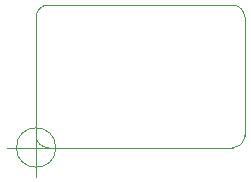
<source format=gm1>
G04 #@! TF.FileFunction,Profile,NP*
%FSLAX46Y46*%
G04 Gerber Fmt 4.6, Leading zero omitted, Abs format (unit mm)*
G04 Created by KiCad (PCBNEW 4.0.0-rc2-stable) date 12/26/2015 3:45:16 PM*
%MOMM*%
G01*
G04 APERTURE LIST*
%ADD10C,0.100000*%
G04 APERTURE END LIST*
D10*
X105044666Y-128651000D02*
G75*
G03X105044666Y-128651000I-1666666J0D01*
G01*
X100878000Y-128651000D02*
X105878000Y-128651000D01*
X103378000Y-126151000D02*
X103378000Y-131151000D01*
X104394000Y-128651000D02*
X104521000Y-128651000D01*
X120015000Y-128651000D02*
X104521000Y-128651000D01*
X121031000Y-117602000D02*
X121031000Y-127635000D01*
X104394000Y-116586000D02*
X120015000Y-116586000D01*
X103378000Y-127635000D02*
X103378000Y-117602000D01*
X104394000Y-116586000D02*
G75*
G03X103378000Y-117602000I0J-1016000D01*
G01*
X103378000Y-127635000D02*
G75*
G03X104394000Y-128651000I1016000J0D01*
G01*
X120015000Y-128651000D02*
G75*
G03X121031000Y-127635000I0J1016000D01*
G01*
X121031000Y-117602000D02*
G75*
G03X120015000Y-116586000I-1016000J0D01*
G01*
M02*

</source>
